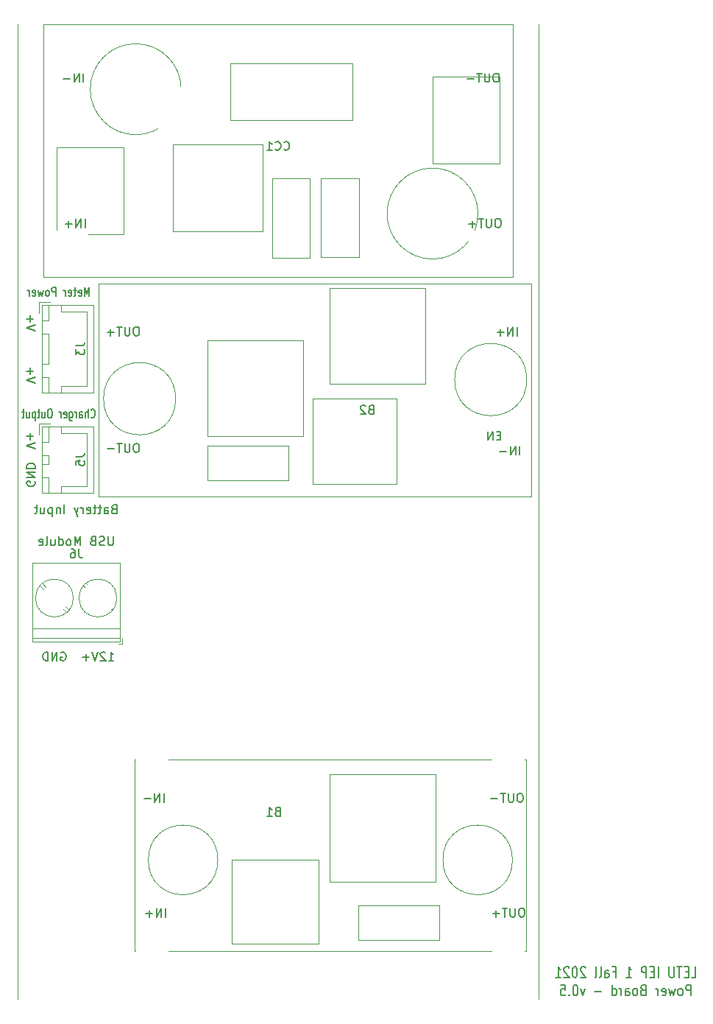
<source format=gbo>
G04 #@! TF.GenerationSoftware,KiCad,Pcbnew,5.1.10*
G04 #@! TF.CreationDate,2021-07-21T04:13:33-05:00*
G04 #@! TF.ProjectId,Power Board,506f7765-7220-4426-9f61-72642e6b6963,rev?*
G04 #@! TF.SameCoordinates,Original*
G04 #@! TF.FileFunction,Legend,Bot*
G04 #@! TF.FilePolarity,Positive*
%FSLAX46Y46*%
G04 Gerber Fmt 4.6, Leading zero omitted, Abs format (unit mm)*
G04 Created by KiCad (PCBNEW 5.1.10) date 2021-07-21 04:13:33*
%MOMM*%
%LPD*%
G01*
G04 APERTURE LIST*
%ADD10C,0.150000*%
%ADD11C,0.120000*%
%ADD12C,0.200000*%
%ADD13O,1.700000X1.700000*%
%ADD14R,1.700000X1.700000*%
%ADD15C,10.600000*%
%ADD16C,0.900000*%
%ADD17C,2.600000*%
%ADD18R,2.600000X2.600000*%
%ADD19O,2.000000X1.700000*%
%ADD20R,3.750000X3.750000*%
%ADD21C,5.500000*%
%ADD22C,2.000000*%
%ADD23O,1.950000X1.700000*%
G04 APERTURE END LIST*
D10*
X39547619Y-51202380D02*
X38547619Y-50869047D01*
X39547619Y-50535714D01*
X38928571Y-50202380D02*
X38928571Y-49440476D01*
X38547619Y-49821428D02*
X39309523Y-49821428D01*
X39547619Y-57202380D02*
X38547619Y-56869047D01*
X39547619Y-56535714D01*
X38928571Y-56202380D02*
X38928571Y-55440476D01*
X38547619Y-55821428D02*
X39309523Y-55821428D01*
X45754761Y-47202380D02*
X45754761Y-46202380D01*
X45488095Y-46916666D01*
X45221428Y-46202380D01*
X45221428Y-47202380D01*
X44535714Y-47154761D02*
X44611904Y-47202380D01*
X44764285Y-47202380D01*
X44840476Y-47154761D01*
X44878571Y-47059523D01*
X44878571Y-46678571D01*
X44840476Y-46583333D01*
X44764285Y-46535714D01*
X44611904Y-46535714D01*
X44535714Y-46583333D01*
X44497619Y-46678571D01*
X44497619Y-46773809D01*
X44878571Y-46869047D01*
X44269047Y-46535714D02*
X43964285Y-46535714D01*
X44154761Y-46202380D02*
X44154761Y-47059523D01*
X44116666Y-47154761D01*
X44040476Y-47202380D01*
X43964285Y-47202380D01*
X43392857Y-47154761D02*
X43469047Y-47202380D01*
X43621428Y-47202380D01*
X43697619Y-47154761D01*
X43735714Y-47059523D01*
X43735714Y-46678571D01*
X43697619Y-46583333D01*
X43621428Y-46535714D01*
X43469047Y-46535714D01*
X43392857Y-46583333D01*
X43354761Y-46678571D01*
X43354761Y-46773809D01*
X43735714Y-46869047D01*
X43011904Y-47202380D02*
X43011904Y-46535714D01*
X43011904Y-46726190D02*
X42973809Y-46630952D01*
X42935714Y-46583333D01*
X42859523Y-46535714D01*
X42783333Y-46535714D01*
X41907142Y-47202380D02*
X41907142Y-46202380D01*
X41602380Y-46202380D01*
X41526190Y-46250000D01*
X41488095Y-46297619D01*
X41450000Y-46392857D01*
X41450000Y-46535714D01*
X41488095Y-46630952D01*
X41526190Y-46678571D01*
X41602380Y-46726190D01*
X41907142Y-46726190D01*
X40992857Y-47202380D02*
X41069047Y-47154761D01*
X41107142Y-47107142D01*
X41145238Y-47011904D01*
X41145238Y-46726190D01*
X41107142Y-46630952D01*
X41069047Y-46583333D01*
X40992857Y-46535714D01*
X40878571Y-46535714D01*
X40802380Y-46583333D01*
X40764285Y-46630952D01*
X40726190Y-46726190D01*
X40726190Y-47011904D01*
X40764285Y-47107142D01*
X40802380Y-47154761D01*
X40878571Y-47202380D01*
X40992857Y-47202380D01*
X40459523Y-46535714D02*
X40307142Y-47202380D01*
X40154761Y-46726190D01*
X40002380Y-47202380D01*
X39850000Y-46535714D01*
X39240476Y-47154761D02*
X39316666Y-47202380D01*
X39469047Y-47202380D01*
X39545238Y-47154761D01*
X39583333Y-47059523D01*
X39583333Y-46678571D01*
X39545238Y-46583333D01*
X39469047Y-46535714D01*
X39316666Y-46535714D01*
X39240476Y-46583333D01*
X39202380Y-46678571D01*
X39202380Y-46773809D01*
X39583333Y-46869047D01*
X38859523Y-47202380D02*
X38859523Y-46535714D01*
X38859523Y-46726190D02*
X38821428Y-46630952D01*
X38783333Y-46583333D01*
X38707142Y-46535714D01*
X38630952Y-46535714D01*
D11*
X97500000Y-16000000D02*
X97500000Y-128000000D01*
X37500000Y-128000000D02*
X37500000Y-16000000D01*
D12*
X115047619Y-125527976D02*
X115523809Y-125527976D01*
X115523809Y-124277976D01*
X114714285Y-124873214D02*
X114380952Y-124873214D01*
X114238095Y-125527976D02*
X114714285Y-125527976D01*
X114714285Y-124277976D01*
X114238095Y-124277976D01*
X113952380Y-124277976D02*
X113380952Y-124277976D01*
X113666666Y-125527976D02*
X113666666Y-124277976D01*
X113047619Y-124277976D02*
X113047619Y-125289880D01*
X113000000Y-125408928D01*
X112952380Y-125468452D01*
X112857142Y-125527976D01*
X112666666Y-125527976D01*
X112571428Y-125468452D01*
X112523809Y-125408928D01*
X112476190Y-125289880D01*
X112476190Y-124277976D01*
X111238095Y-125527976D02*
X111238095Y-124277976D01*
X110761904Y-124873214D02*
X110428571Y-124873214D01*
X110285714Y-125527976D02*
X110761904Y-125527976D01*
X110761904Y-124277976D01*
X110285714Y-124277976D01*
X109857142Y-125527976D02*
X109857142Y-124277976D01*
X109476190Y-124277976D01*
X109380952Y-124337500D01*
X109333333Y-124397023D01*
X109285714Y-124516071D01*
X109285714Y-124694642D01*
X109333333Y-124813690D01*
X109380952Y-124873214D01*
X109476190Y-124932738D01*
X109857142Y-124932738D01*
X107571428Y-125527976D02*
X108142857Y-125527976D01*
X107857142Y-125527976D02*
X107857142Y-124277976D01*
X107952380Y-124456547D01*
X108047619Y-124575595D01*
X108142857Y-124635119D01*
X106047619Y-124873214D02*
X106380952Y-124873214D01*
X106380952Y-125527976D02*
X106380952Y-124277976D01*
X105904761Y-124277976D01*
X105095238Y-125527976D02*
X105095238Y-124873214D01*
X105142857Y-124754166D01*
X105238095Y-124694642D01*
X105428571Y-124694642D01*
X105523809Y-124754166D01*
X105095238Y-125468452D02*
X105190476Y-125527976D01*
X105428571Y-125527976D01*
X105523809Y-125468452D01*
X105571428Y-125349404D01*
X105571428Y-125230357D01*
X105523809Y-125111309D01*
X105428571Y-125051785D01*
X105190476Y-125051785D01*
X105095238Y-124992261D01*
X104476190Y-125527976D02*
X104571428Y-125468452D01*
X104619047Y-125349404D01*
X104619047Y-124277976D01*
X103952380Y-125527976D02*
X104047619Y-125468452D01*
X104095238Y-125349404D01*
X104095238Y-124277976D01*
X102857142Y-124397023D02*
X102809523Y-124337500D01*
X102714285Y-124277976D01*
X102476190Y-124277976D01*
X102380952Y-124337500D01*
X102333333Y-124397023D01*
X102285714Y-124516071D01*
X102285714Y-124635119D01*
X102333333Y-124813690D01*
X102904761Y-125527976D01*
X102285714Y-125527976D01*
X101666666Y-124277976D02*
X101571428Y-124277976D01*
X101476190Y-124337500D01*
X101428571Y-124397023D01*
X101380952Y-124516071D01*
X101333333Y-124754166D01*
X101333333Y-125051785D01*
X101380952Y-125289880D01*
X101428571Y-125408928D01*
X101476190Y-125468452D01*
X101571428Y-125527976D01*
X101666666Y-125527976D01*
X101761904Y-125468452D01*
X101809523Y-125408928D01*
X101857142Y-125289880D01*
X101904761Y-125051785D01*
X101904761Y-124754166D01*
X101857142Y-124516071D01*
X101809523Y-124397023D01*
X101761904Y-124337500D01*
X101666666Y-124277976D01*
X100952380Y-124397023D02*
X100904761Y-124337500D01*
X100809523Y-124277976D01*
X100571428Y-124277976D01*
X100476190Y-124337500D01*
X100428571Y-124397023D01*
X100380952Y-124516071D01*
X100380952Y-124635119D01*
X100428571Y-124813690D01*
X101000000Y-125527976D01*
X100380952Y-125527976D01*
X99428571Y-125527976D02*
X100000000Y-125527976D01*
X99714285Y-125527976D02*
X99714285Y-124277976D01*
X99809523Y-124456547D01*
X99904761Y-124575595D01*
X100000000Y-124635119D01*
X114976190Y-127602976D02*
X114976190Y-126352976D01*
X114595238Y-126352976D01*
X114500000Y-126412500D01*
X114452380Y-126472023D01*
X114404761Y-126591071D01*
X114404761Y-126769642D01*
X114452380Y-126888690D01*
X114500000Y-126948214D01*
X114595238Y-127007738D01*
X114976190Y-127007738D01*
X113833333Y-127602976D02*
X113928571Y-127543452D01*
X113976190Y-127483928D01*
X114023809Y-127364880D01*
X114023809Y-127007738D01*
X113976190Y-126888690D01*
X113928571Y-126829166D01*
X113833333Y-126769642D01*
X113690476Y-126769642D01*
X113595238Y-126829166D01*
X113547619Y-126888690D01*
X113500000Y-127007738D01*
X113500000Y-127364880D01*
X113547619Y-127483928D01*
X113595238Y-127543452D01*
X113690476Y-127602976D01*
X113833333Y-127602976D01*
X113166666Y-126769642D02*
X112976190Y-127602976D01*
X112785714Y-127007738D01*
X112595238Y-127602976D01*
X112404761Y-126769642D01*
X111642857Y-127543452D02*
X111738095Y-127602976D01*
X111928571Y-127602976D01*
X112023809Y-127543452D01*
X112071428Y-127424404D01*
X112071428Y-126948214D01*
X112023809Y-126829166D01*
X111928571Y-126769642D01*
X111738095Y-126769642D01*
X111642857Y-126829166D01*
X111595238Y-126948214D01*
X111595238Y-127067261D01*
X112071428Y-127186309D01*
X111166666Y-127602976D02*
X111166666Y-126769642D01*
X111166666Y-127007738D02*
X111119047Y-126888690D01*
X111071428Y-126829166D01*
X110976190Y-126769642D01*
X110880952Y-126769642D01*
X109452380Y-126948214D02*
X109309523Y-127007738D01*
X109261904Y-127067261D01*
X109214285Y-127186309D01*
X109214285Y-127364880D01*
X109261904Y-127483928D01*
X109309523Y-127543452D01*
X109404761Y-127602976D01*
X109785714Y-127602976D01*
X109785714Y-126352976D01*
X109452380Y-126352976D01*
X109357142Y-126412500D01*
X109309523Y-126472023D01*
X109261904Y-126591071D01*
X109261904Y-126710119D01*
X109309523Y-126829166D01*
X109357142Y-126888690D01*
X109452380Y-126948214D01*
X109785714Y-126948214D01*
X108642857Y-127602976D02*
X108738095Y-127543452D01*
X108785714Y-127483928D01*
X108833333Y-127364880D01*
X108833333Y-127007738D01*
X108785714Y-126888690D01*
X108738095Y-126829166D01*
X108642857Y-126769642D01*
X108500000Y-126769642D01*
X108404761Y-126829166D01*
X108357142Y-126888690D01*
X108309523Y-127007738D01*
X108309523Y-127364880D01*
X108357142Y-127483928D01*
X108404761Y-127543452D01*
X108500000Y-127602976D01*
X108642857Y-127602976D01*
X107452380Y-127602976D02*
X107452380Y-126948214D01*
X107500000Y-126829166D01*
X107595238Y-126769642D01*
X107785714Y-126769642D01*
X107880952Y-126829166D01*
X107452380Y-127543452D02*
X107547619Y-127602976D01*
X107785714Y-127602976D01*
X107880952Y-127543452D01*
X107928571Y-127424404D01*
X107928571Y-127305357D01*
X107880952Y-127186309D01*
X107785714Y-127126785D01*
X107547619Y-127126785D01*
X107452380Y-127067261D01*
X106976190Y-127602976D02*
X106976190Y-126769642D01*
X106976190Y-127007738D02*
X106928571Y-126888690D01*
X106880952Y-126829166D01*
X106785714Y-126769642D01*
X106690476Y-126769642D01*
X105928571Y-127602976D02*
X105928571Y-126352976D01*
X105928571Y-127543452D02*
X106023809Y-127602976D01*
X106214285Y-127602976D01*
X106309523Y-127543452D01*
X106357142Y-127483928D01*
X106404761Y-127364880D01*
X106404761Y-127007738D01*
X106357142Y-126888690D01*
X106309523Y-126829166D01*
X106214285Y-126769642D01*
X106023809Y-126769642D01*
X105928571Y-126829166D01*
X104690476Y-127126785D02*
X103928571Y-127126785D01*
X102785714Y-126769642D02*
X102547619Y-127602976D01*
X102309523Y-126769642D01*
X101738095Y-126352976D02*
X101642857Y-126352976D01*
X101547619Y-126412500D01*
X101500000Y-126472023D01*
X101452380Y-126591071D01*
X101404761Y-126829166D01*
X101404761Y-127126785D01*
X101452380Y-127364880D01*
X101500000Y-127483928D01*
X101547619Y-127543452D01*
X101642857Y-127602976D01*
X101738095Y-127602976D01*
X101833333Y-127543452D01*
X101880952Y-127483928D01*
X101928571Y-127364880D01*
X101976190Y-127126785D01*
X101976190Y-126829166D01*
X101928571Y-126591071D01*
X101880952Y-126472023D01*
X101833333Y-126412500D01*
X101738095Y-126352976D01*
X100976190Y-127483928D02*
X100928571Y-127543452D01*
X100976190Y-127602976D01*
X101023809Y-127543452D01*
X100976190Y-127483928D01*
X100976190Y-127602976D01*
X100023809Y-126352976D02*
X100500000Y-126352976D01*
X100547619Y-126948214D01*
X100500000Y-126888690D01*
X100404761Y-126829166D01*
X100166666Y-126829166D01*
X100071428Y-126888690D01*
X100023809Y-126948214D01*
X99976190Y-127067261D01*
X99976190Y-127364880D01*
X100023809Y-127483928D01*
X100071428Y-127543452D01*
X100166666Y-127602976D01*
X100404761Y-127602976D01*
X100500000Y-127543452D01*
X100547619Y-127483928D01*
D10*
X39547619Y-64702380D02*
X38547619Y-64369047D01*
X39547619Y-64035714D01*
X38928571Y-63702380D02*
X38928571Y-62940476D01*
X38547619Y-63321428D02*
X39309523Y-63321428D01*
X45946428Y-61107142D02*
X45982142Y-61154761D01*
X46089285Y-61202380D01*
X46160714Y-61202380D01*
X46267857Y-61154761D01*
X46339285Y-61059523D01*
X46375000Y-60964285D01*
X46410714Y-60773809D01*
X46410714Y-60630952D01*
X46375000Y-60440476D01*
X46339285Y-60345238D01*
X46267857Y-60250000D01*
X46160714Y-60202380D01*
X46089285Y-60202380D01*
X45982142Y-60250000D01*
X45946428Y-60297619D01*
X45625000Y-61202380D02*
X45625000Y-60202380D01*
X45303571Y-61202380D02*
X45303571Y-60678571D01*
X45339285Y-60583333D01*
X45410714Y-60535714D01*
X45517857Y-60535714D01*
X45589285Y-60583333D01*
X45625000Y-60630952D01*
X44625000Y-61202380D02*
X44625000Y-60678571D01*
X44660714Y-60583333D01*
X44732142Y-60535714D01*
X44875000Y-60535714D01*
X44946428Y-60583333D01*
X44625000Y-61154761D02*
X44696428Y-61202380D01*
X44875000Y-61202380D01*
X44946428Y-61154761D01*
X44982142Y-61059523D01*
X44982142Y-60964285D01*
X44946428Y-60869047D01*
X44875000Y-60821428D01*
X44696428Y-60821428D01*
X44625000Y-60773809D01*
X44267857Y-61202380D02*
X44267857Y-60535714D01*
X44267857Y-60726190D02*
X44232142Y-60630952D01*
X44196428Y-60583333D01*
X44125000Y-60535714D01*
X44053571Y-60535714D01*
X43482142Y-60535714D02*
X43482142Y-61345238D01*
X43517857Y-61440476D01*
X43553571Y-61488095D01*
X43625000Y-61535714D01*
X43732142Y-61535714D01*
X43803571Y-61488095D01*
X43482142Y-61154761D02*
X43553571Y-61202380D01*
X43696428Y-61202380D01*
X43767857Y-61154761D01*
X43803571Y-61107142D01*
X43839285Y-61011904D01*
X43839285Y-60726190D01*
X43803571Y-60630952D01*
X43767857Y-60583333D01*
X43696428Y-60535714D01*
X43553571Y-60535714D01*
X43482142Y-60583333D01*
X42839285Y-61154761D02*
X42910714Y-61202380D01*
X43053571Y-61202380D01*
X43125000Y-61154761D01*
X43160714Y-61059523D01*
X43160714Y-60678571D01*
X43125000Y-60583333D01*
X43053571Y-60535714D01*
X42910714Y-60535714D01*
X42839285Y-60583333D01*
X42803571Y-60678571D01*
X42803571Y-60773809D01*
X43160714Y-60869047D01*
X42482142Y-61202380D02*
X42482142Y-60535714D01*
X42482142Y-60726190D02*
X42446428Y-60630952D01*
X42410714Y-60583333D01*
X42339285Y-60535714D01*
X42267857Y-60535714D01*
X41303571Y-60202380D02*
X41160714Y-60202380D01*
X41089285Y-60250000D01*
X41017857Y-60345238D01*
X40982142Y-60535714D01*
X40982142Y-60869047D01*
X41017857Y-61059523D01*
X41089285Y-61154761D01*
X41160714Y-61202380D01*
X41303571Y-61202380D01*
X41375000Y-61154761D01*
X41446428Y-61059523D01*
X41482142Y-60869047D01*
X41482142Y-60535714D01*
X41446428Y-60345238D01*
X41375000Y-60250000D01*
X41303571Y-60202380D01*
X40339285Y-60535714D02*
X40339285Y-61202380D01*
X40660714Y-60535714D02*
X40660714Y-61059523D01*
X40625000Y-61154761D01*
X40553571Y-61202380D01*
X40446428Y-61202380D01*
X40375000Y-61154761D01*
X40339285Y-61107142D01*
X40089285Y-60535714D02*
X39803571Y-60535714D01*
X39982142Y-60202380D02*
X39982142Y-61059523D01*
X39946428Y-61154761D01*
X39875000Y-61202380D01*
X39803571Y-61202380D01*
X39553571Y-60535714D02*
X39553571Y-61535714D01*
X39553571Y-60583333D02*
X39482142Y-60535714D01*
X39339285Y-60535714D01*
X39267857Y-60583333D01*
X39232142Y-60630952D01*
X39196428Y-60726190D01*
X39196428Y-61011904D01*
X39232142Y-61107142D01*
X39267857Y-61154761D01*
X39339285Y-61202380D01*
X39482142Y-61202380D01*
X39553571Y-61154761D01*
X38553571Y-60535714D02*
X38553571Y-61202380D01*
X38875000Y-60535714D02*
X38875000Y-61059523D01*
X38839285Y-61154761D01*
X38767857Y-61202380D01*
X38660714Y-61202380D01*
X38589285Y-61154761D01*
X38553571Y-61107142D01*
X38303571Y-60535714D02*
X38017857Y-60535714D01*
X38196428Y-60202380D02*
X38196428Y-61059523D01*
X38160714Y-61154761D01*
X38089285Y-61202380D01*
X38017857Y-61202380D01*
X39500000Y-68511904D02*
X39547619Y-68607142D01*
X39547619Y-68750000D01*
X39500000Y-68892857D01*
X39404761Y-68988095D01*
X39309523Y-69035714D01*
X39119047Y-69083333D01*
X38976190Y-69083333D01*
X38785714Y-69035714D01*
X38690476Y-68988095D01*
X38595238Y-68892857D01*
X38547619Y-68750000D01*
X38547619Y-68654761D01*
X38595238Y-68511904D01*
X38642857Y-68464285D01*
X38976190Y-68464285D01*
X38976190Y-68654761D01*
X38547619Y-68035714D02*
X39547619Y-68035714D01*
X38547619Y-67464285D01*
X39547619Y-67464285D01*
X38547619Y-66988095D02*
X39547619Y-66988095D01*
X39547619Y-66750000D01*
X39500000Y-66607142D01*
X39404761Y-66511904D01*
X39309523Y-66464285D01*
X39119047Y-66416666D01*
X38976190Y-66416666D01*
X38785714Y-66464285D01*
X38690476Y-66511904D01*
X38595238Y-66607142D01*
X38547619Y-66750000D01*
X38547619Y-66988095D01*
X48583333Y-71678571D02*
X48440476Y-71726190D01*
X48392857Y-71773809D01*
X48345238Y-71869047D01*
X48345238Y-72011904D01*
X48392857Y-72107142D01*
X48440476Y-72154761D01*
X48535714Y-72202380D01*
X48916666Y-72202380D01*
X48916666Y-71202380D01*
X48583333Y-71202380D01*
X48488095Y-71250000D01*
X48440476Y-71297619D01*
X48392857Y-71392857D01*
X48392857Y-71488095D01*
X48440476Y-71583333D01*
X48488095Y-71630952D01*
X48583333Y-71678571D01*
X48916666Y-71678571D01*
X47488095Y-72202380D02*
X47488095Y-71678571D01*
X47535714Y-71583333D01*
X47630952Y-71535714D01*
X47821428Y-71535714D01*
X47916666Y-71583333D01*
X47488095Y-72154761D02*
X47583333Y-72202380D01*
X47821428Y-72202380D01*
X47916666Y-72154761D01*
X47964285Y-72059523D01*
X47964285Y-71964285D01*
X47916666Y-71869047D01*
X47821428Y-71821428D01*
X47583333Y-71821428D01*
X47488095Y-71773809D01*
X47154761Y-71535714D02*
X46773809Y-71535714D01*
X47011904Y-71202380D02*
X47011904Y-72059523D01*
X46964285Y-72154761D01*
X46869047Y-72202380D01*
X46773809Y-72202380D01*
X46583333Y-71535714D02*
X46202380Y-71535714D01*
X46440476Y-71202380D02*
X46440476Y-72059523D01*
X46392857Y-72154761D01*
X46297619Y-72202380D01*
X46202380Y-72202380D01*
X45488095Y-72154761D02*
X45583333Y-72202380D01*
X45773809Y-72202380D01*
X45869047Y-72154761D01*
X45916666Y-72059523D01*
X45916666Y-71678571D01*
X45869047Y-71583333D01*
X45773809Y-71535714D01*
X45583333Y-71535714D01*
X45488095Y-71583333D01*
X45440476Y-71678571D01*
X45440476Y-71773809D01*
X45916666Y-71869047D01*
X45011904Y-72202380D02*
X45011904Y-71535714D01*
X45011904Y-71726190D02*
X44964285Y-71630952D01*
X44916666Y-71583333D01*
X44821428Y-71535714D01*
X44726190Y-71535714D01*
X44488095Y-71535714D02*
X44250000Y-72202380D01*
X44011904Y-71535714D02*
X44250000Y-72202380D01*
X44345238Y-72440476D01*
X44392857Y-72488095D01*
X44488095Y-72535714D01*
X42869047Y-72202380D02*
X42869047Y-71202380D01*
X42392857Y-71535714D02*
X42392857Y-72202380D01*
X42392857Y-71630952D02*
X42345238Y-71583333D01*
X42250000Y-71535714D01*
X42107142Y-71535714D01*
X42011904Y-71583333D01*
X41964285Y-71678571D01*
X41964285Y-72202380D01*
X41488095Y-71535714D02*
X41488095Y-72535714D01*
X41488095Y-71583333D02*
X41392857Y-71535714D01*
X41202380Y-71535714D01*
X41107142Y-71583333D01*
X41059523Y-71630952D01*
X41011904Y-71726190D01*
X41011904Y-72011904D01*
X41059523Y-72107142D01*
X41107142Y-72154761D01*
X41202380Y-72202380D01*
X41392857Y-72202380D01*
X41488095Y-72154761D01*
X40154761Y-71535714D02*
X40154761Y-72202380D01*
X40583333Y-71535714D02*
X40583333Y-72059523D01*
X40535714Y-72154761D01*
X40440476Y-72202380D01*
X40297619Y-72202380D01*
X40202380Y-72154761D01*
X40154761Y-72107142D01*
X39821428Y-71535714D02*
X39440476Y-71535714D01*
X39678571Y-71202380D02*
X39678571Y-72059523D01*
X39630952Y-72154761D01*
X39535714Y-72202380D01*
X39440476Y-72202380D01*
X48511904Y-74852380D02*
X48511904Y-75661904D01*
X48464285Y-75757142D01*
X48416666Y-75804761D01*
X48321428Y-75852380D01*
X48130952Y-75852380D01*
X48035714Y-75804761D01*
X47988095Y-75757142D01*
X47940476Y-75661904D01*
X47940476Y-74852380D01*
X47511904Y-75804761D02*
X47369047Y-75852380D01*
X47130952Y-75852380D01*
X47035714Y-75804761D01*
X46988095Y-75757142D01*
X46940476Y-75661904D01*
X46940476Y-75566666D01*
X46988095Y-75471428D01*
X47035714Y-75423809D01*
X47130952Y-75376190D01*
X47321428Y-75328571D01*
X47416666Y-75280952D01*
X47464285Y-75233333D01*
X47511904Y-75138095D01*
X47511904Y-75042857D01*
X47464285Y-74947619D01*
X47416666Y-74900000D01*
X47321428Y-74852380D01*
X47083333Y-74852380D01*
X46940476Y-74900000D01*
X46178571Y-75328571D02*
X46035714Y-75376190D01*
X45988095Y-75423809D01*
X45940476Y-75519047D01*
X45940476Y-75661904D01*
X45988095Y-75757142D01*
X46035714Y-75804761D01*
X46130952Y-75852380D01*
X46511904Y-75852380D01*
X46511904Y-74852380D01*
X46178571Y-74852380D01*
X46083333Y-74900000D01*
X46035714Y-74947619D01*
X45988095Y-75042857D01*
X45988095Y-75138095D01*
X46035714Y-75233333D01*
X46083333Y-75280952D01*
X46178571Y-75328571D01*
X46511904Y-75328571D01*
X44750000Y-75852380D02*
X44750000Y-74852380D01*
X44416666Y-75566666D01*
X44083333Y-74852380D01*
X44083333Y-75852380D01*
X43464285Y-75852380D02*
X43559523Y-75804761D01*
X43607142Y-75757142D01*
X43654761Y-75661904D01*
X43654761Y-75376190D01*
X43607142Y-75280952D01*
X43559523Y-75233333D01*
X43464285Y-75185714D01*
X43321428Y-75185714D01*
X43226190Y-75233333D01*
X43178571Y-75280952D01*
X43130952Y-75376190D01*
X43130952Y-75661904D01*
X43178571Y-75757142D01*
X43226190Y-75804761D01*
X43321428Y-75852380D01*
X43464285Y-75852380D01*
X42273809Y-75852380D02*
X42273809Y-74852380D01*
X42273809Y-75804761D02*
X42369047Y-75852380D01*
X42559523Y-75852380D01*
X42654761Y-75804761D01*
X42702380Y-75757142D01*
X42750000Y-75661904D01*
X42750000Y-75376190D01*
X42702380Y-75280952D01*
X42654761Y-75233333D01*
X42559523Y-75185714D01*
X42369047Y-75185714D01*
X42273809Y-75233333D01*
X41369047Y-75185714D02*
X41369047Y-75852380D01*
X41797619Y-75185714D02*
X41797619Y-75709523D01*
X41750000Y-75804761D01*
X41654761Y-75852380D01*
X41511904Y-75852380D01*
X41416666Y-75804761D01*
X41369047Y-75757142D01*
X40750000Y-75852380D02*
X40845238Y-75804761D01*
X40892857Y-75709523D01*
X40892857Y-74852380D01*
X39988095Y-75804761D02*
X40083333Y-75852380D01*
X40273809Y-75852380D01*
X40369047Y-75804761D01*
X40416666Y-75709523D01*
X40416666Y-75328571D01*
X40369047Y-75233333D01*
X40273809Y-75185714D01*
X40083333Y-75185714D01*
X39988095Y-75233333D01*
X39940476Y-75328571D01*
X39940476Y-75423809D01*
X40416666Y-75519047D01*
X47988095Y-89102380D02*
X48559523Y-89102380D01*
X48273809Y-89102380D02*
X48273809Y-88102380D01*
X48369047Y-88245238D01*
X48464285Y-88340476D01*
X48559523Y-88388095D01*
X47607142Y-88197619D02*
X47559523Y-88150000D01*
X47464285Y-88102380D01*
X47226190Y-88102380D01*
X47130952Y-88150000D01*
X47083333Y-88197619D01*
X47035714Y-88292857D01*
X47035714Y-88388095D01*
X47083333Y-88530952D01*
X47654761Y-89102380D01*
X47035714Y-89102380D01*
X46750000Y-88102380D02*
X46416666Y-89102380D01*
X46083333Y-88102380D01*
X45750000Y-88721428D02*
X44988095Y-88721428D01*
X45369047Y-89102380D02*
X45369047Y-88340476D01*
X42511904Y-88150000D02*
X42607142Y-88102380D01*
X42750000Y-88102380D01*
X42892857Y-88150000D01*
X42988095Y-88245238D01*
X43035714Y-88340476D01*
X43083333Y-88530952D01*
X43083333Y-88673809D01*
X43035714Y-88864285D01*
X42988095Y-88959523D01*
X42892857Y-89054761D01*
X42750000Y-89102380D01*
X42654761Y-89102380D01*
X42511904Y-89054761D01*
X42464285Y-89007142D01*
X42464285Y-88673809D01*
X42654761Y-88673809D01*
X42035714Y-89102380D02*
X42035714Y-88102380D01*
X41464285Y-89102380D01*
X41464285Y-88102380D01*
X40988095Y-89102380D02*
X40988095Y-88102380D01*
X40750000Y-88102380D01*
X40607142Y-88150000D01*
X40511904Y-88245238D01*
X40464285Y-88340476D01*
X40416666Y-88530952D01*
X40416666Y-88673809D01*
X40464285Y-88864285D01*
X40511904Y-88959523D01*
X40607142Y-89054761D01*
X40750000Y-89102380D01*
X40988095Y-89102380D01*
D11*
X40290000Y-62190000D02*
X46260000Y-62190000D01*
X46260000Y-62190000D02*
X46260000Y-69810000D01*
X46260000Y-69810000D02*
X40290000Y-69810000D01*
X40290000Y-69810000D02*
X40290000Y-62190000D01*
X40300000Y-65500000D02*
X41050000Y-65500000D01*
X41050000Y-65500000D02*
X41050000Y-66500000D01*
X41050000Y-66500000D02*
X40300000Y-66500000D01*
X40300000Y-66500000D02*
X40300000Y-65500000D01*
X40300000Y-62200000D02*
X41050000Y-62200000D01*
X41050000Y-62200000D02*
X41050000Y-64000000D01*
X41050000Y-64000000D02*
X40300000Y-64000000D01*
X40300000Y-64000000D02*
X40300000Y-62200000D01*
X40300000Y-68000000D02*
X41050000Y-68000000D01*
X41050000Y-68000000D02*
X41050000Y-69800000D01*
X41050000Y-69800000D02*
X40300000Y-69800000D01*
X40300000Y-69800000D02*
X40300000Y-68000000D01*
X42550000Y-62200000D02*
X42550000Y-62950000D01*
X42550000Y-62950000D02*
X45500000Y-62950000D01*
X45500000Y-62950000D02*
X45500000Y-66000000D01*
X42550000Y-69800000D02*
X42550000Y-69050000D01*
X42550000Y-69050000D02*
X45500000Y-69050000D01*
X45500000Y-69050000D02*
X45500000Y-66000000D01*
X40000000Y-63150000D02*
X40000000Y-61900000D01*
X40000000Y-61900000D02*
X41250000Y-61900000D01*
X59350000Y-63300000D02*
X70350000Y-63300000D01*
X59350000Y-52300000D02*
X59350000Y-63300000D01*
X70350000Y-52300000D02*
X59350000Y-52300000D01*
X70350000Y-63300000D02*
X70350000Y-52300000D01*
X73450000Y-57300000D02*
X84450000Y-57300000D01*
X73450000Y-46300000D02*
X73450000Y-57300000D01*
X84450000Y-46300000D02*
X73450000Y-46300000D01*
X84450000Y-46300000D02*
X84450000Y-57300000D01*
X55700000Y-59000000D02*
G75*
G03*
X55700000Y-59000000I-4150000J0D01*
G01*
X96100000Y-56800000D02*
G75*
G03*
X96100000Y-56800000I-4150000J0D01*
G01*
X96650000Y-45800000D02*
X96650000Y-70200000D01*
X96650000Y-70200000D02*
X46850000Y-70200000D01*
X46850000Y-45800000D02*
X96650000Y-45800000D01*
X46850000Y-70200000D02*
X46850000Y-45800000D01*
X81150000Y-59000000D02*
X81150000Y-68800000D01*
X81150000Y-68800000D02*
X71450000Y-68800000D01*
X71450000Y-68800000D02*
X71450000Y-59000000D01*
X71450000Y-59000000D02*
X81150000Y-59000000D01*
X59350000Y-68400000D02*
X68650000Y-68400000D01*
X68650000Y-64400000D02*
X59350000Y-64400000D01*
X59350000Y-64400000D02*
X59350000Y-68400000D01*
X68650000Y-68400000D02*
X68650000Y-64400000D01*
X49550000Y-87200000D02*
X49150000Y-87200000D01*
X49550000Y-86560000D02*
X49550000Y-87200000D01*
X43008000Y-82892000D02*
X43403000Y-83288000D01*
X40362000Y-80246000D02*
X40742000Y-80626000D01*
X42757000Y-83174000D02*
X43137000Y-83554000D01*
X40096000Y-80512000D02*
X40491000Y-80908000D01*
X48298000Y-83181000D02*
X48404000Y-83288000D01*
X45362000Y-80246000D02*
X45469000Y-80353000D01*
X48032000Y-83447000D02*
X48138000Y-83554000D01*
X45096000Y-80512000D02*
X45203000Y-80619000D01*
X39190000Y-77840000D02*
X39190000Y-86960000D01*
X49310000Y-77840000D02*
X49310000Y-86960000D01*
X49310000Y-86960000D02*
X39190000Y-86960000D01*
X49310000Y-77840000D02*
X39190000Y-77840000D01*
X49310000Y-85400000D02*
X39190000Y-85400000D01*
X49310000Y-86500000D02*
X39190000Y-86500000D01*
X43930000Y-81900000D02*
G75*
G03*
X43930000Y-81900000I-2180000J0D01*
G01*
X48930000Y-81900000D02*
G75*
G03*
X48930000Y-81900000I-2180000J0D01*
G01*
X40500000Y-16000000D02*
X94500000Y-16000000D01*
X40500000Y-45000000D02*
X94500000Y-45000000D01*
X94500000Y-45000000D02*
X94500000Y-16000000D01*
X40500000Y-16000000D02*
X40500000Y-45000000D01*
X42000000Y-40100000D02*
X42000000Y-30100000D01*
X49750000Y-30100000D02*
X49750000Y-40100000D01*
X49750000Y-40100000D02*
X42000000Y-40100000D01*
X49750000Y-30100000D02*
X42000000Y-30100000D01*
X93000000Y-32000000D02*
X93000000Y-22000000D01*
X85250000Y-32000000D02*
X85250000Y-22000000D01*
X85250000Y-32000000D02*
X93000000Y-32000000D01*
X93000000Y-22000000D02*
X85250000Y-22000000D01*
X61970000Y-27000000D02*
X61970000Y-20500000D01*
X76040000Y-27000000D02*
X76040000Y-20500000D01*
X61970000Y-27000000D02*
X76040000Y-27000000D01*
X76040000Y-20500000D02*
X61970000Y-20500000D01*
X55400000Y-29780000D02*
X55400000Y-39790000D01*
X65680000Y-29780000D02*
X65680000Y-39790000D01*
X65680000Y-29780000D02*
X55400000Y-29780000D01*
X65680000Y-39790000D02*
X55400000Y-39790000D01*
X56330000Y-23430000D02*
G75*
G03*
X56330000Y-23430000I-5230000J0D01*
G01*
X90480000Y-37720000D02*
G75*
G03*
X90480000Y-37720000I-5230000J0D01*
G01*
X66780000Y-42770000D02*
X66780000Y-33700000D01*
X71170000Y-42770000D02*
X71170000Y-33700000D01*
X66780000Y-33700000D02*
X71170000Y-33700000D01*
X71170000Y-42770000D02*
X66780000Y-42770000D01*
X76800000Y-42750000D02*
X72410000Y-42750000D01*
X72410000Y-42750000D02*
X72410000Y-33680000D01*
X72410000Y-33680000D02*
X76800000Y-33680000D01*
X76800000Y-42750000D02*
X76800000Y-33680000D01*
X96000000Y-122500000D02*
X51000000Y-122500000D01*
X96000000Y-100500000D02*
X96000000Y-122500000D01*
X51000000Y-100500000D02*
X96000000Y-100500000D01*
X51000000Y-122500000D02*
X51000000Y-100500000D01*
X62150000Y-112000000D02*
X62150000Y-121600000D01*
X62150000Y-121600000D02*
X72150000Y-121600000D01*
X72150000Y-121600000D02*
X72150000Y-112000000D01*
X72150000Y-112000000D02*
X62150000Y-112000000D01*
X73400000Y-114500000D02*
X85600000Y-114500000D01*
X85600000Y-114500000D02*
X85600000Y-102200000D01*
X85600000Y-102200000D02*
X73400000Y-102200000D01*
X73400000Y-102200000D02*
X73400000Y-114500000D01*
X60550000Y-112000000D02*
G75*
G03*
X60550000Y-112000000I-4000000J0D01*
G01*
X94450000Y-112000000D02*
G75*
G03*
X94450000Y-112000000I-4000000J0D01*
G01*
X76700000Y-117250000D02*
X76700000Y-121250000D01*
X76700000Y-121250000D02*
X86000000Y-121250000D01*
X86000000Y-121250000D02*
X86000000Y-117250000D01*
X86000000Y-117250000D02*
X76700000Y-117250000D01*
X40290000Y-48190000D02*
X46260000Y-48190000D01*
X46260000Y-48190000D02*
X46260000Y-58310000D01*
X46260000Y-58310000D02*
X40290000Y-58310000D01*
X40290000Y-58310000D02*
X40290000Y-48190000D01*
X40300000Y-51500000D02*
X41050000Y-51500000D01*
X41050000Y-51500000D02*
X41050000Y-55000000D01*
X41050000Y-55000000D02*
X40300000Y-55000000D01*
X40300000Y-55000000D02*
X40300000Y-51500000D01*
X40300000Y-48200000D02*
X41050000Y-48200000D01*
X41050000Y-48200000D02*
X41050000Y-50000000D01*
X41050000Y-50000000D02*
X40300000Y-50000000D01*
X40300000Y-50000000D02*
X40300000Y-48200000D01*
X40300000Y-56500000D02*
X41050000Y-56500000D01*
X41050000Y-56500000D02*
X41050000Y-58300000D01*
X41050000Y-58300000D02*
X40300000Y-58300000D01*
X40300000Y-58300000D02*
X40300000Y-56500000D01*
X42550000Y-48200000D02*
X42550000Y-48950000D01*
X42550000Y-48950000D02*
X45500000Y-48950000D01*
X45500000Y-48950000D02*
X45500000Y-53250000D01*
X42550000Y-58300000D02*
X42550000Y-57550000D01*
X42550000Y-57550000D02*
X45500000Y-57550000D01*
X45500000Y-57550000D02*
X45500000Y-53250000D01*
X40000000Y-49150000D02*
X40000000Y-47900000D01*
X40000000Y-47900000D02*
X41250000Y-47900000D01*
D10*
X44202380Y-65666666D02*
X44916666Y-65666666D01*
X45059523Y-65619047D01*
X45154761Y-65523809D01*
X45202380Y-65380952D01*
X45202380Y-65285714D01*
X44202380Y-66619047D02*
X44202380Y-66142857D01*
X44678571Y-66095238D01*
X44630952Y-66142857D01*
X44583333Y-66238095D01*
X44583333Y-66476190D01*
X44630952Y-66571428D01*
X44678571Y-66619047D01*
X44773809Y-66666666D01*
X45011904Y-66666666D01*
X45107142Y-66619047D01*
X45154761Y-66571428D01*
X45202380Y-66476190D01*
X45202380Y-66238095D01*
X45154761Y-66142857D01*
X45107142Y-66095238D01*
X78154761Y-60228571D02*
X78011904Y-60276190D01*
X77964285Y-60323809D01*
X77916666Y-60419047D01*
X77916666Y-60561904D01*
X77964285Y-60657142D01*
X78011904Y-60704761D01*
X78107142Y-60752380D01*
X78488095Y-60752380D01*
X78488095Y-59752380D01*
X78154761Y-59752380D01*
X78059523Y-59800000D01*
X78011904Y-59847619D01*
X77964285Y-59942857D01*
X77964285Y-60038095D01*
X78011904Y-60133333D01*
X78059523Y-60180952D01*
X78154761Y-60228571D01*
X78488095Y-60228571D01*
X77535714Y-59847619D02*
X77488095Y-59800000D01*
X77392857Y-59752380D01*
X77154761Y-59752380D01*
X77059523Y-59800000D01*
X77011904Y-59847619D01*
X76964285Y-59942857D01*
X76964285Y-60038095D01*
X77011904Y-60180952D01*
X77583333Y-60752380D01*
X76964285Y-60752380D01*
X94992857Y-51752380D02*
X94992857Y-50752380D01*
X94516666Y-51752380D02*
X94516666Y-50752380D01*
X93945238Y-51752380D01*
X93945238Y-50752380D01*
X93469047Y-51371428D02*
X92707142Y-51371428D01*
X93088095Y-51752380D02*
X93088095Y-50990476D01*
X95292857Y-65452380D02*
X95292857Y-64452380D01*
X94816666Y-65452380D02*
X94816666Y-64452380D01*
X94245238Y-65452380D01*
X94245238Y-64452380D01*
X93769047Y-65071428D02*
X93007142Y-65071428D01*
X51269047Y-50752380D02*
X51078571Y-50752380D01*
X50983333Y-50800000D01*
X50888095Y-50895238D01*
X50840476Y-51085714D01*
X50840476Y-51419047D01*
X50888095Y-51609523D01*
X50983333Y-51704761D01*
X51078571Y-51752380D01*
X51269047Y-51752380D01*
X51364285Y-51704761D01*
X51459523Y-51609523D01*
X51507142Y-51419047D01*
X51507142Y-51085714D01*
X51459523Y-50895238D01*
X51364285Y-50800000D01*
X51269047Y-50752380D01*
X50411904Y-50752380D02*
X50411904Y-51561904D01*
X50364285Y-51657142D01*
X50316666Y-51704761D01*
X50221428Y-51752380D01*
X50030952Y-51752380D01*
X49935714Y-51704761D01*
X49888095Y-51657142D01*
X49840476Y-51561904D01*
X49840476Y-50752380D01*
X49507142Y-50752380D02*
X48935714Y-50752380D01*
X49221428Y-51752380D02*
X49221428Y-50752380D01*
X48602380Y-51371428D02*
X47840476Y-51371428D01*
X48221428Y-51752380D02*
X48221428Y-50990476D01*
X51269047Y-64152380D02*
X51078571Y-64152380D01*
X50983333Y-64200000D01*
X50888095Y-64295238D01*
X50840476Y-64485714D01*
X50840476Y-64819047D01*
X50888095Y-65009523D01*
X50983333Y-65104761D01*
X51078571Y-65152380D01*
X51269047Y-65152380D01*
X51364285Y-65104761D01*
X51459523Y-65009523D01*
X51507142Y-64819047D01*
X51507142Y-64485714D01*
X51459523Y-64295238D01*
X51364285Y-64200000D01*
X51269047Y-64152380D01*
X50411904Y-64152380D02*
X50411904Y-64961904D01*
X50364285Y-65057142D01*
X50316666Y-65104761D01*
X50221428Y-65152380D01*
X50030952Y-65152380D01*
X49935714Y-65104761D01*
X49888095Y-65057142D01*
X49840476Y-64961904D01*
X49840476Y-64152380D01*
X49507142Y-64152380D02*
X48935714Y-64152380D01*
X49221428Y-65152380D02*
X49221428Y-64152380D01*
X48602380Y-64771428D02*
X47840476Y-64771428D01*
X93088095Y-63228571D02*
X92754761Y-63228571D01*
X92611904Y-63752380D02*
X93088095Y-63752380D01*
X93088095Y-62752380D01*
X92611904Y-62752380D01*
X92183333Y-63752380D02*
X92183333Y-62752380D01*
X91611904Y-63752380D01*
X91611904Y-62752380D01*
X44583333Y-76292380D02*
X44583333Y-77006666D01*
X44630952Y-77149523D01*
X44726190Y-77244761D01*
X44869047Y-77292380D01*
X44964285Y-77292380D01*
X43678571Y-76292380D02*
X43869047Y-76292380D01*
X43964285Y-76340000D01*
X44011904Y-76387619D01*
X44107142Y-76530476D01*
X44154761Y-76720952D01*
X44154761Y-77101904D01*
X44107142Y-77197142D01*
X44059523Y-77244761D01*
X43964285Y-77292380D01*
X43773809Y-77292380D01*
X43678571Y-77244761D01*
X43630952Y-77197142D01*
X43583333Y-77101904D01*
X43583333Y-76863809D01*
X43630952Y-76768571D01*
X43678571Y-76720952D01*
X43773809Y-76673333D01*
X43964285Y-76673333D01*
X44059523Y-76720952D01*
X44107142Y-76768571D01*
X44154761Y-76863809D01*
X68166666Y-30357142D02*
X68214285Y-30404761D01*
X68357142Y-30452380D01*
X68452380Y-30452380D01*
X68595238Y-30404761D01*
X68690476Y-30309523D01*
X68738095Y-30214285D01*
X68785714Y-30023809D01*
X68785714Y-29880952D01*
X68738095Y-29690476D01*
X68690476Y-29595238D01*
X68595238Y-29500000D01*
X68452380Y-29452380D01*
X68357142Y-29452380D01*
X68214285Y-29500000D01*
X68166666Y-29547619D01*
X67166666Y-30357142D02*
X67214285Y-30404761D01*
X67357142Y-30452380D01*
X67452380Y-30452380D01*
X67595238Y-30404761D01*
X67690476Y-30309523D01*
X67738095Y-30214285D01*
X67785714Y-30023809D01*
X67785714Y-29880952D01*
X67738095Y-29690476D01*
X67690476Y-29595238D01*
X67595238Y-29500000D01*
X67452380Y-29452380D01*
X67357142Y-29452380D01*
X67214285Y-29500000D01*
X67166666Y-29547619D01*
X66214285Y-30452380D02*
X66785714Y-30452380D01*
X66500000Y-30452380D02*
X66500000Y-29452380D01*
X66595238Y-29595238D01*
X66690476Y-29690476D01*
X66785714Y-29738095D01*
X92669047Y-21602380D02*
X92478571Y-21602380D01*
X92383333Y-21650000D01*
X92288095Y-21745238D01*
X92240476Y-21935714D01*
X92240476Y-22269047D01*
X92288095Y-22459523D01*
X92383333Y-22554761D01*
X92478571Y-22602380D01*
X92669047Y-22602380D01*
X92764285Y-22554761D01*
X92859523Y-22459523D01*
X92907142Y-22269047D01*
X92907142Y-21935714D01*
X92859523Y-21745238D01*
X92764285Y-21650000D01*
X92669047Y-21602380D01*
X91811904Y-21602380D02*
X91811904Y-22411904D01*
X91764285Y-22507142D01*
X91716666Y-22554761D01*
X91621428Y-22602380D01*
X91430952Y-22602380D01*
X91335714Y-22554761D01*
X91288095Y-22507142D01*
X91240476Y-22411904D01*
X91240476Y-21602380D01*
X90907142Y-21602380D02*
X90335714Y-21602380D01*
X90621428Y-22602380D02*
X90621428Y-21602380D01*
X90002380Y-22221428D02*
X89240476Y-22221428D01*
X92869047Y-38302380D02*
X92678571Y-38302380D01*
X92583333Y-38350000D01*
X92488095Y-38445238D01*
X92440476Y-38635714D01*
X92440476Y-38969047D01*
X92488095Y-39159523D01*
X92583333Y-39254761D01*
X92678571Y-39302380D01*
X92869047Y-39302380D01*
X92964285Y-39254761D01*
X93059523Y-39159523D01*
X93107142Y-38969047D01*
X93107142Y-38635714D01*
X93059523Y-38445238D01*
X92964285Y-38350000D01*
X92869047Y-38302380D01*
X92011904Y-38302380D02*
X92011904Y-39111904D01*
X91964285Y-39207142D01*
X91916666Y-39254761D01*
X91821428Y-39302380D01*
X91630952Y-39302380D01*
X91535714Y-39254761D01*
X91488095Y-39207142D01*
X91440476Y-39111904D01*
X91440476Y-38302380D01*
X91107142Y-38302380D02*
X90535714Y-38302380D01*
X90821428Y-39302380D02*
X90821428Y-38302380D01*
X90202380Y-38921428D02*
X89440476Y-38921428D01*
X89821428Y-39302380D02*
X89821428Y-38540476D01*
X45092857Y-22602380D02*
X45092857Y-21602380D01*
X44616666Y-22602380D02*
X44616666Y-21602380D01*
X44045238Y-22602380D01*
X44045238Y-21602380D01*
X43569047Y-22221428D02*
X42807142Y-22221428D01*
X45292857Y-39302380D02*
X45292857Y-38302380D01*
X44816666Y-39302380D02*
X44816666Y-38302380D01*
X44245238Y-39302380D01*
X44245238Y-38302380D01*
X43769047Y-38921428D02*
X43007142Y-38921428D01*
X43388095Y-39302380D02*
X43388095Y-38540476D01*
X67404761Y-106428571D02*
X67261904Y-106476190D01*
X67214285Y-106523809D01*
X67166666Y-106619047D01*
X67166666Y-106761904D01*
X67214285Y-106857142D01*
X67261904Y-106904761D01*
X67357142Y-106952380D01*
X67738095Y-106952380D01*
X67738095Y-105952380D01*
X67404761Y-105952380D01*
X67309523Y-106000000D01*
X67261904Y-106047619D01*
X67214285Y-106142857D01*
X67214285Y-106238095D01*
X67261904Y-106333333D01*
X67309523Y-106380952D01*
X67404761Y-106428571D01*
X67738095Y-106428571D01*
X66214285Y-106952380D02*
X66785714Y-106952380D01*
X66500000Y-106952380D02*
X66500000Y-105952380D01*
X66595238Y-106095238D01*
X66690476Y-106190476D01*
X66785714Y-106238095D01*
X54542857Y-118552380D02*
X54542857Y-117552380D01*
X54066666Y-118552380D02*
X54066666Y-117552380D01*
X53495238Y-118552380D01*
X53495238Y-117552380D01*
X53019047Y-118171428D02*
X52257142Y-118171428D01*
X52638095Y-118552380D02*
X52638095Y-117790476D01*
X54342857Y-105352380D02*
X54342857Y-104352380D01*
X53866666Y-105352380D02*
X53866666Y-104352380D01*
X53295238Y-105352380D01*
X53295238Y-104352380D01*
X52819047Y-104971428D02*
X52057142Y-104971428D01*
X95619047Y-117552380D02*
X95428571Y-117552380D01*
X95333333Y-117600000D01*
X95238095Y-117695238D01*
X95190476Y-117885714D01*
X95190476Y-118219047D01*
X95238095Y-118409523D01*
X95333333Y-118504761D01*
X95428571Y-118552380D01*
X95619047Y-118552380D01*
X95714285Y-118504761D01*
X95809523Y-118409523D01*
X95857142Y-118219047D01*
X95857142Y-117885714D01*
X95809523Y-117695238D01*
X95714285Y-117600000D01*
X95619047Y-117552380D01*
X94761904Y-117552380D02*
X94761904Y-118361904D01*
X94714285Y-118457142D01*
X94666666Y-118504761D01*
X94571428Y-118552380D01*
X94380952Y-118552380D01*
X94285714Y-118504761D01*
X94238095Y-118457142D01*
X94190476Y-118361904D01*
X94190476Y-117552380D01*
X93857142Y-117552380D02*
X93285714Y-117552380D01*
X93571428Y-118552380D02*
X93571428Y-117552380D01*
X92952380Y-118171428D02*
X92190476Y-118171428D01*
X92571428Y-118552380D02*
X92571428Y-117790476D01*
X95419047Y-104352380D02*
X95228571Y-104352380D01*
X95133333Y-104400000D01*
X95038095Y-104495238D01*
X94990476Y-104685714D01*
X94990476Y-105019047D01*
X95038095Y-105209523D01*
X95133333Y-105304761D01*
X95228571Y-105352380D01*
X95419047Y-105352380D01*
X95514285Y-105304761D01*
X95609523Y-105209523D01*
X95657142Y-105019047D01*
X95657142Y-104685714D01*
X95609523Y-104495238D01*
X95514285Y-104400000D01*
X95419047Y-104352380D01*
X94561904Y-104352380D02*
X94561904Y-105161904D01*
X94514285Y-105257142D01*
X94466666Y-105304761D01*
X94371428Y-105352380D01*
X94180952Y-105352380D01*
X94085714Y-105304761D01*
X94038095Y-105257142D01*
X93990476Y-105161904D01*
X93990476Y-104352380D01*
X93657142Y-104352380D02*
X93085714Y-104352380D01*
X93371428Y-105352380D02*
X93371428Y-104352380D01*
X92752380Y-104971428D02*
X91990476Y-104971428D01*
X44202380Y-52916666D02*
X44916666Y-52916666D01*
X45059523Y-52869047D01*
X45154761Y-52773809D01*
X45202380Y-52630952D01*
X45202380Y-52535714D01*
X44202380Y-53297619D02*
X44202380Y-53916666D01*
X44583333Y-53583333D01*
X44583333Y-53726190D01*
X44630952Y-53821428D01*
X44678571Y-53869047D01*
X44773809Y-53916666D01*
X45011904Y-53916666D01*
X45107142Y-53869047D01*
X45154761Y-53821428D01*
X45202380Y-53726190D01*
X45202380Y-53440476D01*
X45154761Y-53345238D01*
X45107142Y-53297619D01*
%LPC*%
D13*
X108790000Y-52120000D03*
X106250000Y-52120000D03*
X108790000Y-49580000D03*
X106250000Y-49580000D03*
X108790000Y-47040000D03*
X106250000Y-47040000D03*
X108790000Y-44500000D03*
X106250000Y-44500000D03*
X108790000Y-41960000D03*
D14*
X106250000Y-41960000D03*
D15*
X107500000Y-26000000D03*
D16*
X111475000Y-26000000D03*
X110310749Y-28810749D03*
X107500000Y-29975000D03*
X104689251Y-28810749D03*
X103525000Y-26000000D03*
X104689251Y-23189251D03*
X107500000Y-22025000D03*
X110310749Y-23189251D03*
D17*
X107500000Y-58750000D03*
D18*
X107500000Y-63750000D03*
D15*
X107500000Y-118000000D03*
D16*
X111475000Y-118000000D03*
X110310749Y-120810749D03*
X107500000Y-121975000D03*
X104689251Y-120810749D03*
X103525000Y-118000000D03*
X104689251Y-115189251D03*
X107500000Y-114025000D03*
X110310749Y-115189251D03*
D19*
X42750000Y-67250000D03*
G36*
G01*
X42000000Y-63900000D02*
X43500000Y-63900000D01*
G75*
G02*
X43750000Y-64150000I0J-250000D01*
G01*
X43750000Y-65350000D01*
G75*
G02*
X43500000Y-65600000I-250000J0D01*
G01*
X42000000Y-65600000D01*
G75*
G02*
X41750000Y-65350000I0J250000D01*
G01*
X41750000Y-64150000D01*
G75*
G02*
X42000000Y-63900000I250000J0D01*
G01*
G37*
D13*
X80360000Y-126250000D03*
X77820000Y-126250000D03*
X75280000Y-126250000D03*
X72740000Y-126250000D03*
X70200000Y-126250000D03*
X67660000Y-126250000D03*
X65120000Y-126250000D03*
X62580000Y-126250000D03*
X60040000Y-126250000D03*
D14*
X57500000Y-126250000D03*
D20*
X93850000Y-48500000D03*
X93850000Y-67500000D03*
X49650000Y-48500000D03*
X49650000Y-67500000D03*
D21*
X55150000Y-66750000D03*
X88350000Y-49250000D03*
D22*
X94750000Y-63200000D03*
D15*
X27500000Y-26000000D03*
D16*
X31475000Y-26000000D03*
X30310749Y-28810749D03*
X27500000Y-29975000D03*
X24689251Y-28810749D03*
X23525000Y-26000000D03*
X24689251Y-23189251D03*
X27500000Y-22025000D03*
X30310749Y-23189251D03*
D15*
X27500000Y-118000000D03*
D16*
X31475000Y-118000000D03*
X30310749Y-120810749D03*
X27500000Y-121975000D03*
X24689251Y-120810749D03*
X23525000Y-118000000D03*
X24689251Y-115189251D03*
X27500000Y-114025000D03*
X30310749Y-115189251D03*
D17*
X107500000Y-88750000D03*
D18*
X107500000Y-93750000D03*
D17*
X41750000Y-81900000D03*
D18*
X46750000Y-81900000D03*
D21*
X80000000Y-30500000D03*
X55000000Y-25500000D03*
D20*
X91250000Y-41500000D03*
X91250000Y-19500000D03*
X43750000Y-41500000D03*
X43750000Y-19500000D03*
D17*
X107500000Y-68750000D03*
D18*
X107500000Y-73750000D03*
D20*
X53000000Y-120750000D03*
X53000000Y-102250000D03*
X94000000Y-120750000D03*
X94000000Y-102250000D03*
D21*
X88500000Y-103500000D03*
X58500000Y-119500000D03*
D23*
X42750000Y-55750000D03*
X42750000Y-53250000D03*
G36*
G01*
X42025000Y-49900000D02*
X43475000Y-49900000D01*
G75*
G02*
X43725000Y-50150000I0J-250000D01*
G01*
X43725000Y-51350000D01*
G75*
G02*
X43475000Y-51600000I-250000J0D01*
G01*
X42025000Y-51600000D01*
G75*
G02*
X41775000Y-51350000I0J250000D01*
G01*
X41775000Y-50150000D01*
G75*
G02*
X42025000Y-49900000I250000J0D01*
G01*
G37*
M02*

</source>
